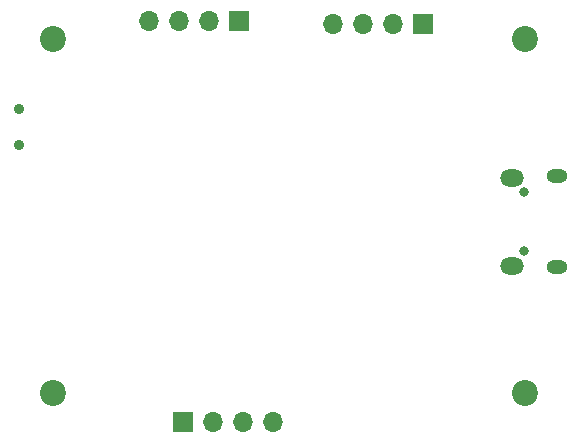
<source format=gbr>
%TF.GenerationSoftware,KiCad,Pcbnew,7.0.7*%
%TF.CreationDate,2023-09-18T20:54:05+05:30*%
%TF.ProjectId,STM32,53544d33-322e-46b6-9963-61645f706362,rev?*%
%TF.SameCoordinates,Original*%
%TF.FileFunction,Soldermask,Bot*%
%TF.FilePolarity,Negative*%
%FSLAX46Y46*%
G04 Gerber Fmt 4.6, Leading zero omitted, Abs format (unit mm)*
G04 Created by KiCad (PCBNEW 7.0.7) date 2023-09-18 20:54:05*
%MOMM*%
%LPD*%
G01*
G04 APERTURE LIST*
%ADD10R,1.700000X1.700000*%
%ADD11O,1.700000X1.700000*%
%ADD12C,2.200000*%
%ADD13O,0.800000X0.800000*%
%ADD14O,1.800000X1.150000*%
%ADD15O,2.000000X1.450000*%
%ADD16C,0.900000*%
G04 APERTURE END LIST*
D10*
%TO.C,J3*%
X85750000Y-61000000D03*
D11*
X83210000Y-61000000D03*
X80670000Y-61000000D03*
X78130000Y-61000000D03*
%TD*%
D12*
%TO.C,H3*%
X110000000Y-62500000D03*
%TD*%
D13*
%TO.C,J1*%
X109945000Y-80505000D03*
X109945000Y-75505000D03*
D14*
X112695000Y-81880000D03*
D15*
X108895000Y-81730000D03*
X108895000Y-74280000D03*
D14*
X112695000Y-74130000D03*
%TD*%
D12*
%TO.C,H1*%
X70000000Y-92500000D03*
%TD*%
D10*
%TO.C,J4*%
X81000000Y-95000000D03*
D11*
X83540000Y-95000000D03*
X86080000Y-95000000D03*
X88620000Y-95000000D03*
%TD*%
D10*
%TO.C,J2*%
X101370000Y-61250000D03*
D11*
X98830000Y-61250000D03*
X96290000Y-61250000D03*
X93750000Y-61250000D03*
%TD*%
D16*
%TO.C,SW1*%
X67170000Y-68500000D03*
X67170000Y-71500000D03*
%TD*%
D12*
%TO.C,H4*%
X70000000Y-62500000D03*
%TD*%
%TO.C,H2*%
X110000000Y-92500000D03*
%TD*%
M02*

</source>
